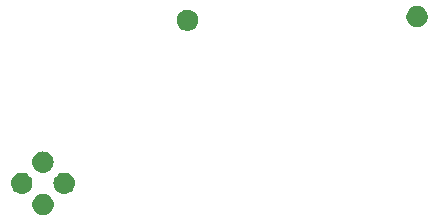
<source format=gbr>
G04 #@! TF.GenerationSoftware,KiCad,Pcbnew,(5.1.2)-1*
G04 #@! TF.CreationDate,2019-05-13T20:23:08-05:00*
G04 #@! TF.ProjectId,van-sao,76616e2d-7361-46f2-9e6b-696361645f70,rev?*
G04 #@! TF.SameCoordinates,Original*
G04 #@! TF.FileFunction,Soldermask,Top*
G04 #@! TF.FilePolarity,Negative*
%FSLAX46Y46*%
G04 Gerber Fmt 4.6, Leading zero omitted, Abs format (unit mm)*
G04 Created by KiCad (PCBNEW (5.1.2)-1) date 2019-05-13 20:23:08*
%MOMM*%
%LPD*%
G04 APERTURE LIST*
%ADD10C,0.100000*%
G04 APERTURE END LIST*
D10*
G36*
X65096872Y-98486778D02*
G01*
X65246172Y-98516475D01*
X65410144Y-98584395D01*
X65557714Y-98682998D01*
X65683213Y-98808497D01*
X65781816Y-98956067D01*
X65849736Y-99120039D01*
X65884360Y-99294110D01*
X65884360Y-99471592D01*
X65849736Y-99645663D01*
X65781816Y-99809635D01*
X65683213Y-99957205D01*
X65557714Y-100082704D01*
X65410144Y-100181307D01*
X65246172Y-100249227D01*
X65096872Y-100278924D01*
X65072102Y-100283851D01*
X64894618Y-100283851D01*
X64869848Y-100278924D01*
X64720548Y-100249227D01*
X64556576Y-100181307D01*
X64409006Y-100082704D01*
X64283507Y-99957205D01*
X64184904Y-99809635D01*
X64116984Y-99645663D01*
X64082360Y-99471592D01*
X64082360Y-99294110D01*
X64116984Y-99120039D01*
X64184904Y-98956067D01*
X64283507Y-98808497D01*
X64409006Y-98682998D01*
X64556576Y-98584395D01*
X64720548Y-98516475D01*
X64869848Y-98486778D01*
X64894618Y-98481851D01*
X65072102Y-98481851D01*
X65096872Y-98486778D01*
X65096872Y-98486778D01*
G37*
G36*
X66884071Y-96691749D02*
G01*
X66956038Y-96698837D01*
X67125877Y-96750357D01*
X67282402Y-96834022D01*
X67318140Y-96863352D01*
X67419597Y-96946614D01*
X67502859Y-97048071D01*
X67532189Y-97083809D01*
X67615854Y-97240334D01*
X67667374Y-97410173D01*
X67684770Y-97586800D01*
X67667374Y-97763427D01*
X67615854Y-97933266D01*
X67532189Y-98089791D01*
X67502859Y-98125529D01*
X67419597Y-98226986D01*
X67318140Y-98310248D01*
X67282402Y-98339578D01*
X67125877Y-98423243D01*
X66956038Y-98474763D01*
X66889853Y-98481282D01*
X66823671Y-98487800D01*
X66735151Y-98487800D01*
X66668969Y-98481282D01*
X66602784Y-98474763D01*
X66432945Y-98423243D01*
X66276420Y-98339578D01*
X66240682Y-98310248D01*
X66139225Y-98226986D01*
X66055963Y-98125529D01*
X66026633Y-98089791D01*
X65942968Y-97933266D01*
X65891448Y-97763427D01*
X65874052Y-97586800D01*
X65891448Y-97410173D01*
X65942968Y-97240334D01*
X66026633Y-97083809D01*
X66055963Y-97048071D01*
X66139225Y-96946614D01*
X66240682Y-96863352D01*
X66276420Y-96834022D01*
X66432945Y-96750357D01*
X66602784Y-96698837D01*
X66674751Y-96691749D01*
X66735151Y-96685800D01*
X66823671Y-96685800D01*
X66884071Y-96691749D01*
X66884071Y-96691749D01*
G37*
G36*
X63291969Y-96691749D02*
G01*
X63363936Y-96698837D01*
X63533775Y-96750357D01*
X63690300Y-96834022D01*
X63726038Y-96863352D01*
X63827495Y-96946614D01*
X63910757Y-97048071D01*
X63940087Y-97083809D01*
X64023752Y-97240334D01*
X64075272Y-97410173D01*
X64092668Y-97586800D01*
X64075272Y-97763427D01*
X64023752Y-97933266D01*
X63940087Y-98089791D01*
X63910757Y-98125529D01*
X63827495Y-98226986D01*
X63726038Y-98310248D01*
X63690300Y-98339578D01*
X63533775Y-98423243D01*
X63363936Y-98474763D01*
X63297751Y-98481282D01*
X63231569Y-98487800D01*
X63143049Y-98487800D01*
X63076867Y-98481282D01*
X63010682Y-98474763D01*
X62840843Y-98423243D01*
X62684318Y-98339578D01*
X62648580Y-98310248D01*
X62547123Y-98226986D01*
X62463861Y-98125529D01*
X62434531Y-98089791D01*
X62350866Y-97933266D01*
X62299346Y-97763427D01*
X62281950Y-97586800D01*
X62299346Y-97410173D01*
X62350866Y-97240334D01*
X62434531Y-97083809D01*
X62463861Y-97048071D01*
X62547123Y-96946614D01*
X62648580Y-96863352D01*
X62684318Y-96834022D01*
X62840843Y-96750357D01*
X63010682Y-96698837D01*
X63082649Y-96691749D01*
X63143049Y-96685800D01*
X63231569Y-96685800D01*
X63291969Y-96691749D01*
X63291969Y-96691749D01*
G37*
G36*
X65093802Y-94896267D02*
G01*
X65159987Y-94902786D01*
X65329826Y-94954306D01*
X65486351Y-95037971D01*
X65522089Y-95067301D01*
X65623546Y-95150563D01*
X65706808Y-95252020D01*
X65736138Y-95287758D01*
X65819803Y-95444283D01*
X65871323Y-95614122D01*
X65888719Y-95790749D01*
X65871323Y-95967376D01*
X65819803Y-96137215D01*
X65736138Y-96293740D01*
X65706808Y-96329478D01*
X65623546Y-96430935D01*
X65522089Y-96514197D01*
X65486351Y-96543527D01*
X65329826Y-96627192D01*
X65159987Y-96678712D01*
X65093802Y-96685231D01*
X65027620Y-96691749D01*
X64939100Y-96691749D01*
X64872918Y-96685231D01*
X64806733Y-96678712D01*
X64636894Y-96627192D01*
X64480369Y-96543527D01*
X64444631Y-96514197D01*
X64343174Y-96430935D01*
X64259912Y-96329478D01*
X64230582Y-96293740D01*
X64146917Y-96137215D01*
X64095397Y-95967376D01*
X64078001Y-95790749D01*
X64095397Y-95614122D01*
X64146917Y-95444283D01*
X64230582Y-95287758D01*
X64259912Y-95252020D01*
X64343174Y-95150563D01*
X64444631Y-95067301D01*
X64480369Y-95037971D01*
X64636894Y-94954306D01*
X64806733Y-94902786D01*
X64872918Y-94896267D01*
X64939100Y-94889749D01*
X65027620Y-94889749D01*
X65093802Y-94896267D01*
X65093802Y-94896267D01*
G37*
G36*
X77411916Y-82906283D02*
G01*
X77475980Y-82919026D01*
X77639770Y-82986870D01*
X77787177Y-83085364D01*
X77912536Y-83210723D01*
X78011030Y-83358130D01*
X78011031Y-83358132D01*
X78078874Y-83521920D01*
X78088168Y-83568642D01*
X78113460Y-83695798D01*
X78113460Y-83873082D01*
X78078874Y-84046960D01*
X78011030Y-84210750D01*
X77912536Y-84358157D01*
X77787177Y-84483516D01*
X77639770Y-84582010D01*
X77639769Y-84582011D01*
X77639768Y-84582011D01*
X77475980Y-84649854D01*
X77302104Y-84684440D01*
X77124816Y-84684440D01*
X76950940Y-84649854D01*
X76787152Y-84582011D01*
X76787151Y-84582011D01*
X76787150Y-84582010D01*
X76639743Y-84483516D01*
X76514384Y-84358157D01*
X76415890Y-84210750D01*
X76348046Y-84046960D01*
X76313460Y-83873082D01*
X76313460Y-83695798D01*
X76338753Y-83568642D01*
X76348046Y-83521920D01*
X76415889Y-83358132D01*
X76415890Y-83358130D01*
X76514384Y-83210723D01*
X76639743Y-83085364D01*
X76787150Y-82986870D01*
X76950940Y-82919026D01*
X77015004Y-82906283D01*
X77124816Y-82884440D01*
X77302104Y-82884440D01*
X77411916Y-82906283D01*
X77411916Y-82906283D01*
G37*
G36*
X96922520Y-82614586D02*
G01*
X97086310Y-82682430D01*
X97233717Y-82780924D01*
X97359076Y-82906283D01*
X97412922Y-82986870D01*
X97457571Y-83053692D01*
X97525414Y-83217480D01*
X97560000Y-83391356D01*
X97560000Y-83568644D01*
X97525414Y-83742520D01*
X97471334Y-83873082D01*
X97457570Y-83906310D01*
X97359076Y-84053717D01*
X97233717Y-84179076D01*
X97086310Y-84277570D01*
X97086309Y-84277571D01*
X97086308Y-84277571D01*
X96922520Y-84345414D01*
X96748644Y-84380000D01*
X96571356Y-84380000D01*
X96397480Y-84345414D01*
X96233692Y-84277571D01*
X96233691Y-84277571D01*
X96233690Y-84277570D01*
X96086283Y-84179076D01*
X95960924Y-84053717D01*
X95862430Y-83906310D01*
X95848667Y-83873082D01*
X95794586Y-83742520D01*
X95760000Y-83568644D01*
X95760000Y-83391356D01*
X95794586Y-83217480D01*
X95862429Y-83053692D01*
X95907078Y-82986870D01*
X95960924Y-82906283D01*
X96086283Y-82780924D01*
X96233690Y-82682430D01*
X96397480Y-82614586D01*
X96571356Y-82580000D01*
X96748644Y-82580000D01*
X96922520Y-82614586D01*
X96922520Y-82614586D01*
G37*
M02*

</source>
